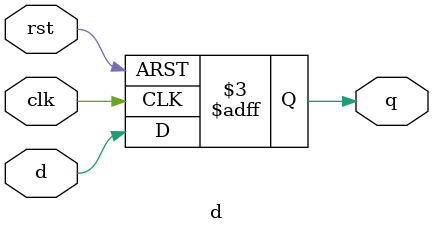
<source format=v>
module d(
  input clk,rst,
  input d,
  output reg q);
  always @(posedge clk or negedge rst)
    begin
      if (!rst)
        q<=0;
      else
        q<=d;
    end
endmodule

</source>
